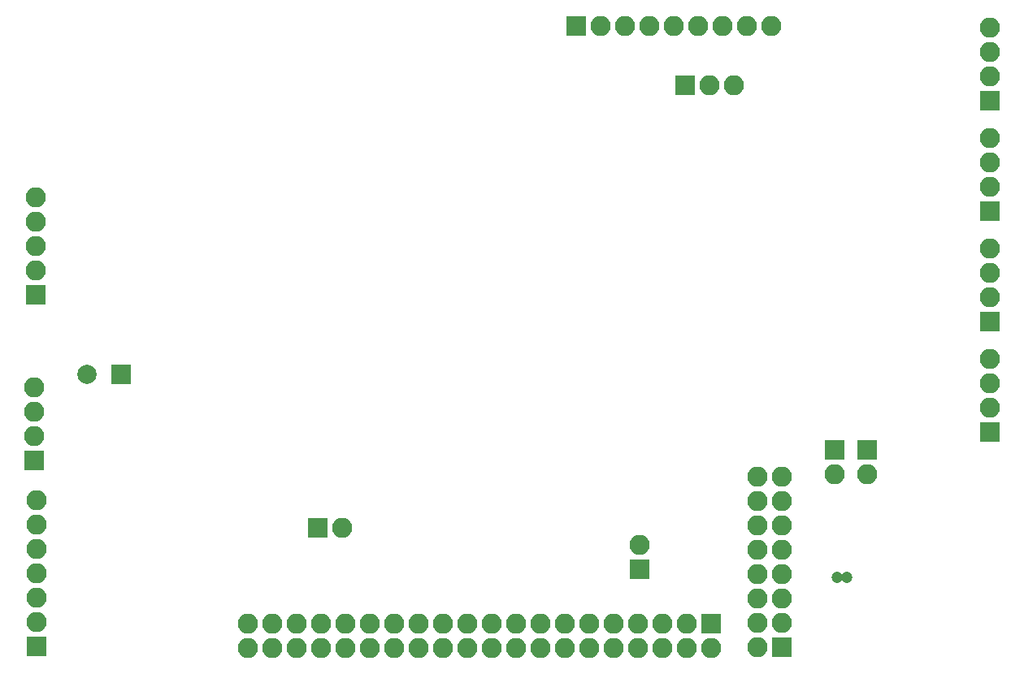
<source format=gbs>
G04 #@! TF.FileFunction,Soldermask,Bot*
%FSLAX46Y46*%
G04 Gerber Fmt 4.6, Leading zero omitted, Abs format (unit mm)*
G04 Created by KiCad (PCBNEW 4.0.6) date 05/08/17 11:25:49*
%MOMM*%
%LPD*%
G01*
G04 APERTURE LIST*
%ADD10C,0.100000*%
%ADD11R,2.000000X2.000000*%
%ADD12C,2.000000*%
%ADD13R,2.100000X2.100000*%
%ADD14O,2.100000X2.100000*%
%ADD15C,1.200000*%
G04 APERTURE END LIST*
D10*
D11*
X124530000Y-75680000D03*
D12*
X121030000Y-75680000D03*
D13*
X178536600Y-96062800D03*
D14*
X178536600Y-93522800D03*
D13*
X183286400Y-45542200D03*
D14*
X185826400Y-45542200D03*
X188366400Y-45542200D03*
D13*
X145030000Y-91680000D03*
D14*
X147570000Y-91680000D03*
D13*
X186030000Y-101680000D03*
D14*
X186030000Y-104220000D03*
X183490000Y-101680000D03*
X183490000Y-104220000D03*
X180950000Y-101680000D03*
X180950000Y-104220000D03*
X178410000Y-101680000D03*
X178410000Y-104220000D03*
X175870000Y-101680000D03*
X175870000Y-104220000D03*
X173330000Y-101680000D03*
X173330000Y-104220000D03*
X170790000Y-101680000D03*
X170790000Y-104220000D03*
X168250000Y-101680000D03*
X168250000Y-104220000D03*
X165710000Y-101680000D03*
X165710000Y-104220000D03*
X163170000Y-101680000D03*
X163170000Y-104220000D03*
X160630000Y-101680000D03*
X160630000Y-104220000D03*
X158090000Y-101680000D03*
X158090000Y-104220000D03*
X155550000Y-101680000D03*
X155550000Y-104220000D03*
X153010000Y-101680000D03*
X153010000Y-104220000D03*
X150470000Y-101680000D03*
X150470000Y-104220000D03*
X147930000Y-101680000D03*
X147930000Y-104220000D03*
X145390000Y-101680000D03*
X145390000Y-104220000D03*
X142850000Y-101680000D03*
X142850000Y-104220000D03*
X140310000Y-101680000D03*
X140310000Y-104220000D03*
X137770000Y-101680000D03*
X137770000Y-104220000D03*
D13*
X193421000Y-104140000D03*
D14*
X190881000Y-104140000D03*
X193421000Y-101600000D03*
X190881000Y-101600000D03*
X193421000Y-99060000D03*
X190881000Y-99060000D03*
X193421000Y-96520000D03*
X190881000Y-96520000D03*
X193421000Y-93980000D03*
X190881000Y-93980000D03*
X193421000Y-91440000D03*
X190881000Y-91440000D03*
X193421000Y-88900000D03*
X190881000Y-88900000D03*
X193421000Y-86360000D03*
X190881000Y-86360000D03*
D13*
X115646200Y-67437000D03*
D14*
X115646200Y-64897000D03*
X115646200Y-62357000D03*
X115646200Y-59817000D03*
X115646200Y-57277000D03*
D13*
X115780000Y-104050000D03*
D14*
X115780000Y-101510000D03*
X115780000Y-98970000D03*
X115780000Y-96430000D03*
X115780000Y-93890000D03*
X115780000Y-91350000D03*
X115780000Y-88810000D03*
D13*
X202311000Y-83566000D03*
D14*
X202311000Y-86106000D03*
D13*
X198882000Y-83566000D03*
D14*
X198882000Y-86106000D03*
D13*
X115530000Y-84680000D03*
D14*
X115530000Y-82140000D03*
X115530000Y-79600000D03*
X115530000Y-77060000D03*
D13*
X171958000Y-39370000D03*
D14*
X174498000Y-39370000D03*
X177038000Y-39370000D03*
X179578000Y-39370000D03*
X182118000Y-39370000D03*
X184658000Y-39370000D03*
X187198000Y-39370000D03*
X189738000Y-39370000D03*
X192278000Y-39370000D03*
D13*
X215030000Y-81680000D03*
D14*
X215030000Y-79140000D03*
X215030000Y-76600000D03*
X215030000Y-74060000D03*
D13*
X215030000Y-70180000D03*
D14*
X215030000Y-67640000D03*
X215030000Y-65100000D03*
X215030000Y-62560000D03*
D13*
X215030000Y-58680000D03*
D14*
X215030000Y-56140000D03*
X215030000Y-53600000D03*
X215030000Y-51060000D03*
D13*
X215030000Y-47180000D03*
D14*
X215030000Y-44640000D03*
X215030000Y-42100000D03*
X215030000Y-39560000D03*
D15*
X200144000Y-96901000D03*
X199144000Y-96901000D03*
M02*

</source>
